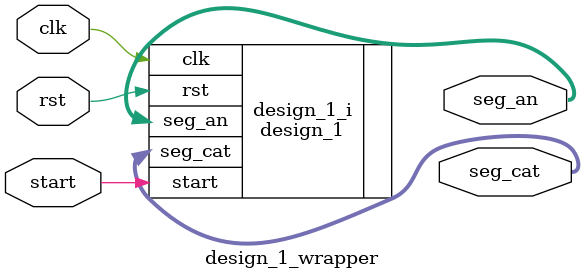
<source format=v>
`timescale 1 ps / 1 ps

module design_1_wrapper
   (clk,
    rst,
    seg_an,
    seg_cat,
    start);
  input clk;
  input rst;
  output [3:0]seg_an;
  output [7:0]seg_cat;
  input start;

  wire clk;
  wire rst;
  wire [3:0]seg_an;
  wire [7:0]seg_cat;
  wire start;

  design_1 design_1_i
       (.clk(clk),
        .rst(rst),
        .seg_an(seg_an),
        .seg_cat(seg_cat),
        .start(start));
endmodule

</source>
